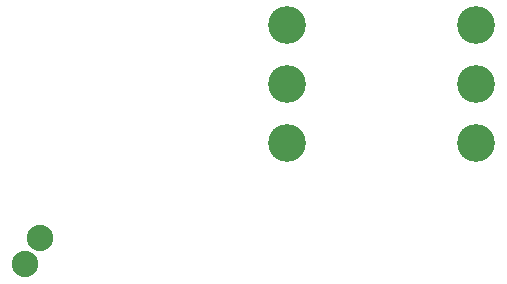
<source format=gbs>
G04*
G04 #@! TF.GenerationSoftware,Altium Limited,CircuitStudio,1.5.2 (30)*
G04*
G04 Layer_Color=9406343*
%FSLAX24Y24*%
%MOIN*%
G70*
G01*
G75*
%ADD62C,0.1261*%
%ADD64C,0.0883*%
D62*
X372441Y353150D02*
D03*
X378740D02*
D03*
Y351181D02*
D03*
X372441D02*
D03*
X378740Y355118D02*
D03*
X372441D02*
D03*
D64*
X363725Y347155D02*
D03*
X364225Y348021D02*
D03*
M02*

</source>
